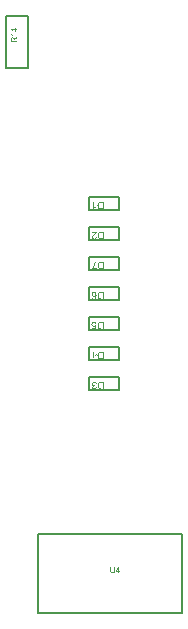
<source format=gbr>
G04*
G04 #@! TF.GenerationSoftware,Altium Limited,Altium Designer,24.1.2 (44)*
G04*
G04 Layer_Color=16711935*
%FSLAX25Y25*%
%MOIN*%
G70*
G04*
G04 #@! TF.SameCoordinates,E3FF4B23-F407-445B-9987-FD0FFFC61A21*
G04*
G04*
G04 #@! TF.FilePolarity,Positive*
G04*
G01*
G75*
%ADD12C,0.00787*%
G36*
X269888Y344738D02*
X269917Y344734D01*
X269950Y344730D01*
X269986Y344723D01*
X270026Y344716D01*
X270113Y344694D01*
X270204Y344657D01*
X270252Y344636D01*
X270295Y344610D01*
X270339Y344577D01*
X270383Y344545D01*
X270386Y344541D01*
X270394Y344534D01*
X270405Y344523D01*
X270415Y344508D01*
X270434Y344490D01*
X270452Y344464D01*
X270474Y344439D01*
X270496Y344406D01*
X270517Y344370D01*
X270539Y344333D01*
X270579Y344246D01*
X270612Y344144D01*
X270623Y344090D01*
X270630Y344031D01*
X270321Y343991D01*
Y343995D01*
X270317Y344002D01*
X270314Y344017D01*
X270310Y344035D01*
X270306Y344057D01*
X270299Y344082D01*
X270281Y344137D01*
X270255Y344202D01*
X270223Y344264D01*
X270186Y344322D01*
X270143Y344373D01*
X270135Y344377D01*
X270121Y344392D01*
X270092Y344410D01*
X270055Y344428D01*
X270011Y344450D01*
X269957Y344468D01*
X269895Y344483D01*
X269830Y344486D01*
X269808D01*
X269793Y344483D01*
X269753Y344479D01*
X269702Y344468D01*
X269644Y344450D01*
X269582Y344424D01*
X269520Y344388D01*
X269462Y344337D01*
X269455Y344330D01*
X269436Y344308D01*
X269414Y344275D01*
X269385Y344232D01*
X269356Y344177D01*
X269334Y344115D01*
X269316Y344042D01*
X269309Y343962D01*
Y343958D01*
Y343951D01*
Y343940D01*
X269313Y343926D01*
X269316Y343886D01*
X269327Y343838D01*
X269342Y343780D01*
X269367Y343722D01*
X269404Y343664D01*
X269451Y343609D01*
X269458Y343602D01*
X269476Y343587D01*
X269506Y343565D01*
X269546Y343540D01*
X269597Y343514D01*
X269658Y343493D01*
X269728Y343478D01*
X269804Y343471D01*
X269837D01*
X269862Y343474D01*
X269895Y343478D01*
X269931Y343485D01*
X269975Y343493D01*
X270022Y343503D01*
X269986Y343231D01*
X269968D01*
X269953Y343234D01*
X269906D01*
X269866Y343227D01*
X269819Y343220D01*
X269764Y343209D01*
X269702Y343191D01*
X269644Y343165D01*
X269582Y343132D01*
X269578D01*
X269575Y343129D01*
X269556Y343114D01*
X269531Y343089D01*
X269502Y343056D01*
X269473Y343008D01*
X269447Y342954D01*
X269429Y342892D01*
X269422Y342856D01*
Y342816D01*
Y342812D01*
Y342808D01*
Y342786D01*
X269429Y342757D01*
X269436Y342717D01*
X269451Y342674D01*
X269469Y342626D01*
X269498Y342579D01*
X269538Y342535D01*
X269542Y342532D01*
X269560Y342517D01*
X269586Y342499D01*
X269618Y342477D01*
X269662Y342459D01*
X269713Y342441D01*
X269771Y342426D01*
X269837Y342422D01*
X269866D01*
X269899Y342430D01*
X269942Y342437D01*
X269990Y342452D01*
X270037Y342470D01*
X270088Y342499D01*
X270135Y342535D01*
X270139Y342539D01*
X270153Y342557D01*
X270175Y342583D01*
X270201Y342619D01*
X270226Y342666D01*
X270252Y342725D01*
X270274Y342794D01*
X270288Y342874D01*
X270598Y342819D01*
Y342816D01*
X270594Y342805D01*
X270590Y342790D01*
X270587Y342768D01*
X270579Y342743D01*
X270568Y342714D01*
X270547Y342645D01*
X270510Y342564D01*
X270466Y342484D01*
X270412Y342408D01*
X270343Y342339D01*
X270339Y342335D01*
X270332Y342331D01*
X270321Y342324D01*
X270306Y342313D01*
X270288Y342299D01*
X270263Y342284D01*
X270237Y342270D01*
X270204Y342251D01*
X270132Y342222D01*
X270048Y342193D01*
X269950Y342175D01*
X269899Y342168D01*
X269808D01*
X269768Y342171D01*
X269720Y342179D01*
X269662Y342190D01*
X269597Y342208D01*
X269531Y342230D01*
X269465Y342259D01*
X269462D01*
X269458Y342262D01*
X269436Y342273D01*
X269404Y342295D01*
X269367Y342320D01*
X269323Y342357D01*
X269280Y342397D01*
X269236Y342444D01*
X269200Y342499D01*
X269196Y342506D01*
X269185Y342524D01*
X269171Y342557D01*
X269152Y342597D01*
X269134Y342645D01*
X269120Y342699D01*
X269109Y342761D01*
X269105Y342823D01*
Y342830D01*
Y342852D01*
X269109Y342881D01*
X269116Y342921D01*
X269127Y342968D01*
X269145Y343019D01*
X269167Y343070D01*
X269196Y343121D01*
X269200Y343129D01*
X269211Y343143D01*
X269233Y343169D01*
X269262Y343198D01*
X269298Y343231D01*
X269342Y343267D01*
X269393Y343300D01*
X269455Y343332D01*
X269451D01*
X269444Y343336D01*
X269433Y343340D01*
X269418Y343343D01*
X269378Y343358D01*
X269327Y343380D01*
X269269Y343409D01*
X269211Y343445D01*
X269156Y343493D01*
X269105Y343547D01*
X269102Y343554D01*
X269087Y343576D01*
X269065Y343613D01*
X269043Y343660D01*
X269021Y343718D01*
X269000Y343787D01*
X268985Y343867D01*
X268981Y343955D01*
Y343958D01*
Y343969D01*
Y343988D01*
X268985Y344009D01*
X268989Y344039D01*
X268996Y344071D01*
X269003Y344108D01*
X269010Y344148D01*
X269040Y344235D01*
X269061Y344283D01*
X269083Y344326D01*
X269112Y344373D01*
X269145Y344421D01*
X269182Y344468D01*
X269225Y344512D01*
X269229Y344515D01*
X269236Y344523D01*
X269251Y344534D01*
X269269Y344548D01*
X269291Y344566D01*
X269320Y344585D01*
X269353Y344606D01*
X269393Y344625D01*
X269433Y344647D01*
X269480Y344668D01*
X269527Y344687D01*
X269582Y344705D01*
X269640Y344719D01*
X269702Y344730D01*
X269764Y344738D01*
X269833Y344741D01*
X269866D01*
X269888Y344738D01*
D02*
G37*
G36*
X273047Y342179D02*
X272079D01*
X272013Y342182D01*
X271941Y342186D01*
X271868Y342193D01*
X271795Y342204D01*
X271733Y342215D01*
X271730D01*
X271722Y342219D01*
X271711D01*
X271697Y342226D01*
X271657Y342237D01*
X271606Y342255D01*
X271548Y342281D01*
X271486Y342313D01*
X271424Y342350D01*
X271366Y342397D01*
X271362Y342401D01*
X271358Y342404D01*
X271347Y342415D01*
X271333Y342426D01*
X271296Y342462D01*
X271253Y342513D01*
X271205Y342575D01*
X271154Y342648D01*
X271107Y342732D01*
X271067Y342827D01*
Y342830D01*
X271063Y342837D01*
X271056Y342852D01*
X271053Y342874D01*
X271042Y342899D01*
X271034Y342928D01*
X271027Y342961D01*
X271016Y343001D01*
X271005Y343041D01*
X270998Y343089D01*
X270980Y343191D01*
X270969Y343303D01*
X270965Y343427D01*
Y343431D01*
Y343438D01*
Y343456D01*
Y343474D01*
X270969Y343500D01*
Y343529D01*
X270972Y343598D01*
X270983Y343678D01*
X270994Y343762D01*
X271012Y343849D01*
X271034Y343937D01*
Y343940D01*
X271038Y343948D01*
X271042Y343958D01*
X271045Y343973D01*
X271060Y344013D01*
X271082Y344064D01*
X271104Y344122D01*
X271133Y344181D01*
X271169Y344242D01*
X271205Y344301D01*
X271209Y344308D01*
X271224Y344326D01*
X271245Y344352D01*
X271275Y344384D01*
X271307Y344421D01*
X271347Y344457D01*
X271387Y344497D01*
X271435Y344530D01*
X271442Y344534D01*
X271457Y344545D01*
X271482Y344559D01*
X271518Y344577D01*
X271562Y344599D01*
X271613Y344617D01*
X271671Y344639D01*
X271737Y344657D01*
X271744D01*
X271755Y344661D01*
X271766Y344665D01*
X271802Y344668D01*
X271853Y344676D01*
X271912Y344683D01*
X271981Y344690D01*
X272057Y344694D01*
X272141Y344697D01*
X273047D01*
Y342179D01*
D02*
G37*
G36*
Y392222D02*
X272079D01*
X272013Y392226D01*
X271941Y392230D01*
X271868Y392237D01*
X271795Y392248D01*
X271733Y392259D01*
X271730D01*
X271722Y392262D01*
X271711D01*
X271697Y392270D01*
X271657Y392281D01*
X271606Y392299D01*
X271548Y392324D01*
X271486Y392357D01*
X271424Y392393D01*
X271366Y392441D01*
X271362Y392444D01*
X271358Y392448D01*
X271347Y392459D01*
X271333Y392470D01*
X271296Y392506D01*
X271253Y392557D01*
X271205Y392619D01*
X271154Y392692D01*
X271107Y392776D01*
X271067Y392870D01*
Y392874D01*
X271063Y392881D01*
X271056Y392896D01*
X271053Y392917D01*
X271042Y392943D01*
X271034Y392972D01*
X271027Y393005D01*
X271016Y393045D01*
X271005Y393085D01*
X270998Y393132D01*
X270980Y393234D01*
X270969Y393347D01*
X270965Y393471D01*
Y393474D01*
Y393482D01*
Y393500D01*
Y393518D01*
X270969Y393544D01*
Y393573D01*
X270972Y393642D01*
X270983Y393722D01*
X270994Y393806D01*
X271012Y393893D01*
X271034Y393980D01*
Y393984D01*
X271038Y393991D01*
X271042Y394002D01*
X271045Y394017D01*
X271060Y394057D01*
X271082Y394108D01*
X271104Y394166D01*
X271133Y394224D01*
X271169Y394286D01*
X271205Y394344D01*
X271209Y394352D01*
X271224Y394370D01*
X271245Y394395D01*
X271275Y394428D01*
X271307Y394464D01*
X271347Y394501D01*
X271387Y394541D01*
X271435Y394574D01*
X271442Y394577D01*
X271457Y394588D01*
X271482Y394603D01*
X271518Y394621D01*
X271562Y394643D01*
X271613Y394661D01*
X271671Y394683D01*
X271737Y394701D01*
X271744D01*
X271755Y394705D01*
X271766Y394708D01*
X271802Y394712D01*
X271853Y394719D01*
X271912Y394727D01*
X271981Y394734D01*
X272057Y394738D01*
X272141Y394741D01*
X273047D01*
Y392222D01*
D02*
G37*
G36*
X270678Y394738D02*
Y394723D01*
Y394701D01*
X270674Y394672D01*
X270670Y394639D01*
X270663Y394603D01*
X270656Y394566D01*
X270641Y394526D01*
Y394523D01*
X270638Y394519D01*
X270630Y394497D01*
X270616Y394464D01*
X270594Y394421D01*
X270565Y394370D01*
X270528Y394312D01*
X270488Y394253D01*
X270437Y394192D01*
Y394188D01*
X270430Y394184D01*
X270412Y394162D01*
X270379Y394130D01*
X270332Y394082D01*
X270277Y394028D01*
X270208Y393962D01*
X270124Y393889D01*
X270033Y393813D01*
X270030Y393809D01*
X270015Y393798D01*
X269993Y393780D01*
X269968Y393758D01*
X269935Y393729D01*
X269895Y393696D01*
X269855Y393660D01*
X269808Y393620D01*
X269717Y393533D01*
X269626Y393445D01*
X269582Y393402D01*
X269542Y393358D01*
X269506Y393318D01*
X269476Y393278D01*
Y393274D01*
X269469Y393271D01*
X269462Y393260D01*
X269455Y393245D01*
X269429Y393205D01*
X269400Y393158D01*
X269374Y393099D01*
X269349Y393038D01*
X269334Y392968D01*
X269327Y392903D01*
Y392899D01*
Y392896D01*
X269331Y392874D01*
X269334Y392837D01*
X269345Y392797D01*
X269360Y392746D01*
X269385Y392695D01*
X269418Y392645D01*
X269462Y392594D01*
X269469Y392586D01*
X269487Y392572D01*
X269513Y392553D01*
X269553Y392528D01*
X269604Y392506D01*
X269662Y392484D01*
X269731Y392470D01*
X269808Y392466D01*
X269830D01*
X269844Y392470D01*
X269888Y392473D01*
X269939Y392484D01*
X269993Y392499D01*
X270055Y392524D01*
X270113Y392557D01*
X270168Y392601D01*
X270175Y392608D01*
X270190Y392626D01*
X270212Y392655D01*
X270233Y392699D01*
X270259Y392750D01*
X270281Y392816D01*
X270295Y392888D01*
X270303Y392972D01*
X270619Y392939D01*
Y392936D01*
X270616Y392925D01*
Y392907D01*
X270612Y392881D01*
X270605Y392852D01*
X270598Y392819D01*
X270587Y392779D01*
X270576Y392739D01*
X270547Y392652D01*
X270503Y392564D01*
X270477Y392521D01*
X270445Y392477D01*
X270412Y392437D01*
X270375Y392401D01*
X270372Y392397D01*
X270365Y392393D01*
X270354Y392382D01*
X270335Y392372D01*
X270314Y392357D01*
X270288Y392342D01*
X270259Y392324D01*
X270223Y392306D01*
X270183Y392288D01*
X270139Y392270D01*
X270092Y392255D01*
X270041Y392240D01*
X269986Y392230D01*
X269928Y392219D01*
X269866Y392215D01*
X269800Y392211D01*
X269764D01*
X269739Y392215D01*
X269709Y392219D01*
X269673Y392222D01*
X269633Y392230D01*
X269593Y392237D01*
X269498Y392262D01*
X269404Y392299D01*
X269356Y392320D01*
X269309Y392346D01*
X269265Y392379D01*
X269225Y392415D01*
X269222Y392419D01*
X269214Y392422D01*
X269207Y392437D01*
X269193Y392452D01*
X269174Y392470D01*
X269156Y392495D01*
X269138Y392521D01*
X269116Y392553D01*
X269080Y392623D01*
X269043Y392710D01*
X269029Y392754D01*
X269021Y392805D01*
X269014Y392856D01*
X269010Y392910D01*
Y392917D01*
Y392936D01*
X269014Y392965D01*
X269018Y393005D01*
X269025Y393049D01*
X269040Y393099D01*
X269054Y393154D01*
X269076Y393209D01*
X269080Y393216D01*
X269087Y393234D01*
X269102Y393263D01*
X269123Y393303D01*
X269152Y393347D01*
X269189Y393402D01*
X269233Y393456D01*
X269284Y393518D01*
X269291Y393525D01*
X269309Y393547D01*
X269327Y393565D01*
X269345Y393584D01*
X269367Y393605D01*
X269396Y393635D01*
X269425Y393664D01*
X269462Y393696D01*
X269498Y393733D01*
X269542Y393773D01*
X269589Y393813D01*
X269640Y393860D01*
X269698Y393908D01*
X269757Y393958D01*
X269760Y393962D01*
X269768Y393969D01*
X269782Y393980D01*
X269800Y393995D01*
X269822Y394017D01*
X269848Y394039D01*
X269906Y394086D01*
X269968Y394141D01*
X270026Y394195D01*
X270077Y394242D01*
X270099Y394261D01*
X270117Y394279D01*
X270121Y394283D01*
X270132Y394293D01*
X270146Y394308D01*
X270164Y394330D01*
X270183Y394355D01*
X270204Y394381D01*
X270248Y394443D01*
X269007D01*
Y394741D01*
X270678D01*
Y394738D01*
D02*
G37*
G36*
X270259Y384737D02*
Y384727D01*
Y384712D01*
X270255Y384690D01*
Y384661D01*
X270252Y384625D01*
X270248Y384585D01*
X270244Y384541D01*
X270237Y384490D01*
X270230Y384439D01*
X270219Y384377D01*
X270208Y384315D01*
X270197Y384250D01*
X270183Y384177D01*
X270146Y384028D01*
Y384024D01*
X270143Y384010D01*
X270135Y383988D01*
X270124Y383955D01*
X270113Y383918D01*
X270099Y383875D01*
X270084Y383824D01*
X270062Y383769D01*
X270041Y383707D01*
X270019Y383646D01*
X269964Y383507D01*
X269899Y383362D01*
X269826Y383216D01*
X269822Y383212D01*
X269815Y383198D01*
X269804Y383180D01*
X269789Y383150D01*
X269771Y383118D01*
X269746Y383078D01*
X269720Y383034D01*
X269691Y382987D01*
X269622Y382881D01*
X269549Y382772D01*
X269465Y382659D01*
X269378Y382554D01*
X270612D01*
Y382255D01*
X268981D01*
Y382499D01*
X268985Y382503D01*
X268992Y382510D01*
X269007Y382524D01*
X269021Y382546D01*
X269043Y382572D01*
X269072Y382601D01*
X269102Y382637D01*
X269134Y382681D01*
X269167Y382725D01*
X269207Y382775D01*
X269247Y382834D01*
X269287Y382892D01*
X269331Y382958D01*
X269374Y383027D01*
X269418Y383103D01*
X269462Y383180D01*
X269465Y383183D01*
X269473Y383198D01*
X269484Y383220D01*
X269502Y383252D01*
X269520Y383292D01*
X269542Y383336D01*
X269567Y383387D01*
X269593Y383445D01*
X269622Y383511D01*
X269655Y383576D01*
X269684Y383649D01*
X269713Y383726D01*
X269771Y383882D01*
X269826Y384050D01*
Y384053D01*
X269830Y384064D01*
X269833Y384082D01*
X269840Y384104D01*
X269848Y384133D01*
X269855Y384170D01*
X269866Y384210D01*
X269873Y384253D01*
X269884Y384304D01*
X269895Y384359D01*
X269913Y384475D01*
X269931Y384603D01*
X269942Y384741D01*
X270259D01*
Y384737D01*
D02*
G37*
G36*
X273047Y382222D02*
X272079D01*
X272013Y382226D01*
X271941Y382229D01*
X271868Y382237D01*
X271795Y382248D01*
X271733Y382259D01*
X271730D01*
X271722Y382262D01*
X271711D01*
X271697Y382270D01*
X271657Y382280D01*
X271606Y382299D01*
X271548Y382324D01*
X271486Y382357D01*
X271424Y382393D01*
X271366Y382441D01*
X271362Y382444D01*
X271358Y382448D01*
X271347Y382459D01*
X271333Y382470D01*
X271296Y382506D01*
X271253Y382557D01*
X271205Y382619D01*
X271154Y382692D01*
X271107Y382775D01*
X271067Y382870D01*
Y382874D01*
X271063Y382881D01*
X271056Y382896D01*
X271053Y382917D01*
X271042Y382943D01*
X271034Y382972D01*
X271027Y383005D01*
X271016Y383045D01*
X271005Y383085D01*
X270998Y383132D01*
X270980Y383234D01*
X270969Y383347D01*
X270965Y383471D01*
Y383474D01*
Y383482D01*
Y383500D01*
Y383518D01*
X270969Y383544D01*
Y383573D01*
X270972Y383642D01*
X270983Y383722D01*
X270994Y383806D01*
X271012Y383893D01*
X271034Y383980D01*
Y383984D01*
X271038Y383991D01*
X271042Y384002D01*
X271045Y384017D01*
X271060Y384057D01*
X271082Y384108D01*
X271104Y384166D01*
X271133Y384224D01*
X271169Y384286D01*
X271205Y384344D01*
X271209Y384352D01*
X271224Y384370D01*
X271245Y384395D01*
X271275Y384428D01*
X271307Y384465D01*
X271347Y384501D01*
X271387Y384541D01*
X271435Y384574D01*
X271442Y384577D01*
X271457Y384588D01*
X271482Y384603D01*
X271518Y384621D01*
X271562Y384643D01*
X271613Y384661D01*
X271671Y384683D01*
X271737Y384701D01*
X271744D01*
X271755Y384705D01*
X271766Y384708D01*
X271802Y384712D01*
X271853Y384719D01*
X271912Y384727D01*
X271981Y384734D01*
X272057Y384737D01*
X272141Y384741D01*
X273047D01*
Y382222D01*
D02*
G37*
G36*
X269717Y374738D02*
X269746D01*
X269779Y374734D01*
X269815Y374727D01*
X269859Y374716D01*
X269902Y374705D01*
X269953Y374690D01*
X270004Y374672D01*
X270055Y374650D01*
X270110Y374621D01*
X270161Y374588D01*
X270212Y374552D01*
X270263Y374508D01*
X270310Y374457D01*
X270314Y374454D01*
X270321Y374443D01*
X270332Y374428D01*
X270346Y374403D01*
X270368Y374370D01*
X270387Y374333D01*
X270408Y374286D01*
X270430Y374235D01*
X270456Y374173D01*
X270478Y374104D01*
X270496Y374028D01*
X270514Y373944D01*
X270532Y373849D01*
X270543Y373747D01*
X270550Y373638D01*
X270554Y373522D01*
Y373518D01*
Y373514D01*
Y373503D01*
Y373489D01*
X270550Y373453D01*
Y373402D01*
X270547Y373343D01*
X270539Y373274D01*
X270532Y373198D01*
X270521Y373114D01*
X270507Y373030D01*
X270489Y372939D01*
X270467Y372852D01*
X270441Y372765D01*
X270408Y372681D01*
X270372Y372601D01*
X270332Y372524D01*
X270285Y372459D01*
X270281Y372455D01*
X270274Y372448D01*
X270259Y372433D01*
X270241Y372411D01*
X270219Y372390D01*
X270190Y372368D01*
X270154Y372339D01*
X270117Y372313D01*
X270074Y372288D01*
X270026Y372259D01*
X269972Y372237D01*
X269917Y372211D01*
X269855Y372193D01*
X269790Y372179D01*
X269720Y372171D01*
X269648Y372168D01*
X269619D01*
X269597Y372171D01*
X269571D01*
X269542Y372175D01*
X269473Y372189D01*
X269396Y372208D01*
X269316Y372237D01*
X269236Y372281D01*
X269196Y372306D01*
X269160Y372335D01*
X269156Y372339D01*
X269153Y372342D01*
X269142Y372353D01*
X269131Y372364D01*
X269113Y372382D01*
X269098Y372404D01*
X269058Y372455D01*
X269018Y372521D01*
X268982Y372601D01*
X268949Y372692D01*
X268927Y372794D01*
X269236Y372819D01*
Y372816D01*
X269240Y372812D01*
X269244Y372790D01*
X269254Y372757D01*
X269269Y372717D01*
X269284Y372674D01*
X269305Y372630D01*
X269331Y372590D01*
X269356Y372557D01*
X269364Y372550D01*
X269378Y372535D01*
X269404Y372513D01*
X269440Y372488D01*
X269488Y372466D01*
X269538Y372444D01*
X269600Y372430D01*
X269666Y372422D01*
X269691D01*
X269720Y372426D01*
X269753Y372433D01*
X269797Y372444D01*
X269841Y372459D01*
X269884Y372477D01*
X269928Y372506D01*
X269935Y372510D01*
X269953Y372524D01*
X269979Y372550D01*
X270012Y372586D01*
X270048Y372630D01*
X270088Y372681D01*
X270125Y372746D01*
X270161Y372819D01*
Y372823D01*
X270164Y372830D01*
X270168Y372841D01*
X270175Y372856D01*
X270179Y372877D01*
X270186Y372903D01*
X270194Y372932D01*
X270201Y372968D01*
X270212Y373008D01*
X270219Y373052D01*
X270226Y373099D01*
X270230Y373150D01*
X270237Y373209D01*
X270241Y373267D01*
X270245Y373332D01*
Y373398D01*
X270241Y373394D01*
X270226Y373373D01*
X270201Y373343D01*
X270168Y373307D01*
X270132Y373263D01*
X270084Y373223D01*
X270034Y373183D01*
X269975Y373147D01*
X269972D01*
X269968Y373143D01*
X269946Y373132D01*
X269913Y373121D01*
X269870Y373103D01*
X269819Y373089D01*
X269760Y373078D01*
X269699Y373067D01*
X269633Y373063D01*
X269604D01*
X269582Y373067D01*
X269553Y373070D01*
X269524Y373074D01*
X269488Y373081D01*
X269451Y373092D01*
X269367Y373118D01*
X269324Y373136D01*
X269280Y373161D01*
X269236Y373187D01*
X269189Y373216D01*
X269145Y373252D01*
X269105Y373292D01*
X269102Y373296D01*
X269094Y373303D01*
X269083Y373314D01*
X269073Y373332D01*
X269054Y373358D01*
X269036Y373383D01*
X269018Y373416D01*
X268996Y373453D01*
X268974Y373493D01*
X268956Y373536D01*
X268938Y373587D01*
X268920Y373638D01*
X268909Y373693D01*
X268898Y373755D01*
X268891Y373817D01*
X268887Y373882D01*
Y373886D01*
Y373893D01*
Y373904D01*
Y373922D01*
X268891Y373944D01*
Y373966D01*
X268901Y374024D01*
X268912Y374093D01*
X268931Y374166D01*
X268956Y374246D01*
X268992Y374323D01*
Y374326D01*
X268996Y374330D01*
X269003Y374341D01*
X269011Y374355D01*
X269033Y374392D01*
X269065Y374439D01*
X269105Y374490D01*
X269153Y374541D01*
X269211Y374592D01*
X269273Y374636D01*
X269276D01*
X269280Y374639D01*
X269291Y374646D01*
X269305Y374650D01*
X269342Y374668D01*
X269389Y374687D01*
X269451Y374708D01*
X269520Y374723D01*
X269597Y374738D01*
X269680Y374741D01*
X269699D01*
X269717Y374738D01*
D02*
G37*
G36*
X272953Y372179D02*
X271985D01*
X271919Y372182D01*
X271846Y372186D01*
X271773Y372193D01*
X271701Y372204D01*
X271639Y372215D01*
X271635D01*
X271628Y372219D01*
X271617D01*
X271602Y372226D01*
X271562Y372237D01*
X271511Y372255D01*
X271453Y372281D01*
X271391Y372313D01*
X271329Y372350D01*
X271271Y372397D01*
X271267Y372401D01*
X271264Y372404D01*
X271253Y372415D01*
X271238Y372426D01*
X271202Y372463D01*
X271158Y372513D01*
X271111Y372575D01*
X271060Y372648D01*
X271013Y372732D01*
X270973Y372827D01*
Y372830D01*
X270969Y372837D01*
X270962Y372852D01*
X270958Y372874D01*
X270947Y372899D01*
X270940Y372928D01*
X270933Y372961D01*
X270922Y373001D01*
X270911Y373041D01*
X270903Y373089D01*
X270885Y373190D01*
X270874Y373303D01*
X270871Y373427D01*
Y373431D01*
Y373438D01*
Y373456D01*
Y373474D01*
X270874Y373500D01*
Y373529D01*
X270878Y373598D01*
X270889Y373678D01*
X270900Y373762D01*
X270918Y373849D01*
X270940Y373937D01*
Y373940D01*
X270943Y373948D01*
X270947Y373958D01*
X270951Y373973D01*
X270965Y374013D01*
X270987Y374064D01*
X271009Y374122D01*
X271038Y374181D01*
X271075Y374242D01*
X271111Y374301D01*
X271115Y374308D01*
X271129Y374326D01*
X271151Y374352D01*
X271180Y374384D01*
X271213Y374421D01*
X271253Y374457D01*
X271293Y374497D01*
X271340Y374530D01*
X271347Y374534D01*
X271362Y374545D01*
X271388Y374559D01*
X271424Y374577D01*
X271468Y374599D01*
X271519Y374617D01*
X271577Y374639D01*
X271642Y374657D01*
X271650D01*
X271661Y374661D01*
X271672Y374665D01*
X271708Y374668D01*
X271759Y374676D01*
X271817Y374683D01*
X271886Y374690D01*
X271963Y374694D01*
X272046Y374697D01*
X272953D01*
Y372179D01*
D02*
G37*
G36*
X269790Y364738D02*
X269819Y364734D01*
X269851Y364730D01*
X269892Y364727D01*
X269932Y364716D01*
X270023Y364694D01*
X270114Y364661D01*
X270161Y364639D01*
X270208Y364614D01*
X270252Y364585D01*
X270296Y364552D01*
X270299Y364548D01*
X270306Y364545D01*
X270314Y364530D01*
X270328Y364515D01*
X270346Y364497D01*
X270365Y364475D01*
X270387Y364446D01*
X270405Y364413D01*
X270427Y364381D01*
X270448Y364341D01*
X270489Y364253D01*
X270521Y364151D01*
X270532Y364097D01*
X270539Y364039D01*
X270216Y364013D01*
Y364017D01*
Y364024D01*
X270212Y364035D01*
X270208Y364053D01*
X270197Y364093D01*
X270183Y364148D01*
X270161Y364202D01*
X270132Y364264D01*
X270095Y364319D01*
X270052Y364370D01*
X270044Y364373D01*
X270030Y364388D01*
X270001Y364406D01*
X269961Y364428D01*
X269917Y364450D01*
X269862Y364468D01*
X269800Y364483D01*
X269731Y364486D01*
X269709D01*
X269695Y364483D01*
X269651Y364479D01*
X269600Y364464D01*
X269538Y364446D01*
X269477Y364417D01*
X269411Y364373D01*
X269382Y364348D01*
X269353Y364319D01*
X269349Y364315D01*
X269345Y364312D01*
X269338Y364301D01*
X269327Y364290D01*
X269302Y364250D01*
X269273Y364199D01*
X269247Y364137D01*
X269222Y364060D01*
X269204Y363969D01*
X269196Y363922D01*
Y363871D01*
Y363867D01*
Y363860D01*
Y363846D01*
X269200Y363827D01*
Y363806D01*
X269204Y363780D01*
X269215Y363722D01*
X269233Y363653D01*
X269258Y363584D01*
X269295Y363518D01*
X269345Y363456D01*
Y363453D01*
X269353Y363449D01*
X269371Y363431D01*
X269404Y363405D01*
X269447Y363376D01*
X269506Y363351D01*
X269571Y363325D01*
X269648Y363307D01*
X269691Y363300D01*
X269760D01*
X269790Y363303D01*
X269826Y363307D01*
X269870Y363318D01*
X269913Y363329D01*
X269961Y363347D01*
X270008Y363369D01*
X270012Y363372D01*
X270026Y363380D01*
X270048Y363398D01*
X270077Y363416D01*
X270106Y363442D01*
X270135Y363474D01*
X270168Y363507D01*
X270194Y363547D01*
X270485Y363507D01*
X270241Y362211D01*
X268989D01*
Y362506D01*
X269997D01*
X270132Y363187D01*
X270128Y363183D01*
X270121Y363180D01*
X270110Y363172D01*
X270092Y363161D01*
X270070Y363150D01*
X270044Y363136D01*
X269986Y363107D01*
X269913Y363078D01*
X269833Y363052D01*
X269746Y363034D01*
X269702Y363027D01*
X269622D01*
X269600Y363030D01*
X269571Y363034D01*
X269538Y363038D01*
X269502Y363045D01*
X269462Y363056D01*
X269375Y363081D01*
X269327Y363100D01*
X269280Y363125D01*
X269233Y363150D01*
X269185Y363180D01*
X269142Y363216D01*
X269098Y363256D01*
X269094Y363260D01*
X269087Y363267D01*
X269076Y363278D01*
X269062Y363296D01*
X269043Y363321D01*
X269025Y363347D01*
X269003Y363380D01*
X268982Y363416D01*
X268963Y363456D01*
X268941Y363500D01*
X268923Y363551D01*
X268905Y363602D01*
X268891Y363656D01*
X268880Y363718D01*
X268872Y363780D01*
X268869Y363846D01*
Y363849D01*
Y363860D01*
Y363878D01*
X268872Y363904D01*
X268876Y363933D01*
X268880Y363966D01*
X268887Y364006D01*
X268894Y364046D01*
X268916Y364141D01*
X268952Y364239D01*
X268974Y364290D01*
X269003Y364337D01*
X269033Y364388D01*
X269069Y364435D01*
X269073Y364439D01*
X269080Y364450D01*
X269094Y364464D01*
X269113Y364483D01*
X269138Y364505D01*
X269167Y364534D01*
X269204Y364559D01*
X269244Y364588D01*
X269287Y364617D01*
X269338Y364643D01*
X269393Y364668D01*
X269451Y364694D01*
X269513Y364712D01*
X269582Y364727D01*
X269655Y364738D01*
X269731Y364741D01*
X269764D01*
X269790Y364738D01*
D02*
G37*
G36*
X272953Y362179D02*
X271985D01*
X271919Y362182D01*
X271846Y362186D01*
X271773Y362193D01*
X271701Y362204D01*
X271639Y362215D01*
X271635D01*
X271628Y362219D01*
X271617D01*
X271602Y362226D01*
X271562Y362237D01*
X271511Y362255D01*
X271453Y362281D01*
X271391Y362313D01*
X271329Y362350D01*
X271271Y362397D01*
X271267Y362401D01*
X271264Y362404D01*
X271253Y362415D01*
X271238Y362426D01*
X271202Y362462D01*
X271158Y362513D01*
X271111Y362575D01*
X271060Y362648D01*
X271013Y362732D01*
X270973Y362826D01*
Y362830D01*
X270969Y362837D01*
X270962Y362852D01*
X270958Y362874D01*
X270947Y362899D01*
X270940Y362928D01*
X270933Y362961D01*
X270922Y363001D01*
X270911Y363041D01*
X270903Y363089D01*
X270885Y363191D01*
X270874Y363303D01*
X270871Y363427D01*
Y363431D01*
Y363438D01*
Y363456D01*
Y363474D01*
X270874Y363500D01*
Y363529D01*
X270878Y363598D01*
X270889Y363678D01*
X270900Y363762D01*
X270918Y363849D01*
X270940Y363937D01*
Y363940D01*
X270943Y363948D01*
X270947Y363959D01*
X270951Y363973D01*
X270965Y364013D01*
X270987Y364064D01*
X271009Y364122D01*
X271038Y364181D01*
X271075Y364242D01*
X271111Y364301D01*
X271115Y364308D01*
X271129Y364326D01*
X271151Y364352D01*
X271180Y364384D01*
X271213Y364421D01*
X271253Y364457D01*
X271293Y364497D01*
X271340Y364530D01*
X271347Y364534D01*
X271362Y364545D01*
X271388Y364559D01*
X271424Y364577D01*
X271468Y364599D01*
X271519Y364617D01*
X271577Y364639D01*
X271642Y364657D01*
X271650D01*
X271661Y364661D01*
X271672Y364665D01*
X271708Y364668D01*
X271759Y364676D01*
X271817Y364683D01*
X271886Y364690D01*
X271963Y364694D01*
X272046Y364697D01*
X272953D01*
Y362179D01*
D02*
G37*
G36*
Y352222D02*
X271985D01*
X271919Y352226D01*
X271846Y352229D01*
X271773Y352237D01*
X271701Y352248D01*
X271639Y352259D01*
X271635D01*
X271628Y352262D01*
X271617D01*
X271602Y352270D01*
X271562Y352280D01*
X271511Y352299D01*
X271453Y352324D01*
X271391Y352357D01*
X271329Y352393D01*
X271271Y352441D01*
X271267Y352444D01*
X271264Y352448D01*
X271253Y352459D01*
X271238Y352470D01*
X271202Y352506D01*
X271158Y352557D01*
X271111Y352619D01*
X271060Y352692D01*
X271013Y352776D01*
X270973Y352870D01*
Y352874D01*
X270969Y352881D01*
X270962Y352896D01*
X270958Y352918D01*
X270947Y352943D01*
X270940Y352972D01*
X270933Y353005D01*
X270922Y353045D01*
X270911Y353085D01*
X270903Y353132D01*
X270885Y353234D01*
X270874Y353347D01*
X270871Y353471D01*
Y353474D01*
Y353482D01*
Y353500D01*
Y353518D01*
X270874Y353544D01*
Y353573D01*
X270878Y353642D01*
X270889Y353722D01*
X270900Y353806D01*
X270918Y353893D01*
X270940Y353980D01*
Y353984D01*
X270943Y353991D01*
X270947Y354002D01*
X270951Y354017D01*
X270965Y354057D01*
X270987Y354108D01*
X271009Y354166D01*
X271038Y354224D01*
X271075Y354286D01*
X271111Y354344D01*
X271115Y354352D01*
X271129Y354370D01*
X271151Y354395D01*
X271180Y354428D01*
X271213Y354465D01*
X271253Y354501D01*
X271293Y354541D01*
X271340Y354574D01*
X271347Y354577D01*
X271362Y354588D01*
X271388Y354603D01*
X271424Y354621D01*
X271468Y354643D01*
X271519Y354661D01*
X271577Y354683D01*
X271642Y354701D01*
X271650D01*
X271661Y354705D01*
X271672Y354708D01*
X271708Y354712D01*
X271759Y354719D01*
X271817Y354727D01*
X271886Y354734D01*
X271963Y354737D01*
X272046Y354741D01*
X272953D01*
Y352222D01*
D02*
G37*
G36*
X269549Y354137D02*
X270645D01*
Y353853D01*
X269491Y352222D01*
X269240D01*
Y353853D01*
X268898D01*
Y354137D01*
X269240D01*
Y354741D01*
X269549D01*
Y354137D01*
D02*
G37*
G36*
X272953Y402222D02*
X271985D01*
X271919Y402226D01*
X271846Y402229D01*
X271773Y402237D01*
X271701Y402248D01*
X271639Y402259D01*
X271635D01*
X271628Y402262D01*
X271617D01*
X271602Y402270D01*
X271562Y402281D01*
X271511Y402299D01*
X271453Y402324D01*
X271391Y402357D01*
X271329Y402393D01*
X271271Y402441D01*
X271267Y402444D01*
X271264Y402448D01*
X271253Y402459D01*
X271238Y402470D01*
X271202Y402506D01*
X271158Y402557D01*
X271111Y402619D01*
X271060Y402692D01*
X271013Y402775D01*
X270973Y402870D01*
Y402874D01*
X270969Y402881D01*
X270962Y402896D01*
X270958Y402917D01*
X270947Y402943D01*
X270940Y402972D01*
X270933Y403005D01*
X270922Y403045D01*
X270911Y403085D01*
X270903Y403132D01*
X270885Y403234D01*
X270874Y403347D01*
X270871Y403471D01*
Y403474D01*
Y403482D01*
Y403500D01*
Y403518D01*
X270874Y403544D01*
Y403573D01*
X270878Y403642D01*
X270889Y403722D01*
X270900Y403806D01*
X270918Y403893D01*
X270940Y403980D01*
Y403984D01*
X270943Y403991D01*
X270947Y404002D01*
X270951Y404017D01*
X270965Y404057D01*
X270987Y404108D01*
X271009Y404166D01*
X271038Y404224D01*
X271075Y404286D01*
X271111Y404344D01*
X271115Y404352D01*
X271129Y404370D01*
X271151Y404395D01*
X271180Y404428D01*
X271213Y404464D01*
X271253Y404501D01*
X271293Y404541D01*
X271340Y404574D01*
X271347Y404577D01*
X271362Y404588D01*
X271388Y404603D01*
X271424Y404621D01*
X271468Y404643D01*
X271519Y404661D01*
X271577Y404683D01*
X271642Y404701D01*
X271650D01*
X271661Y404705D01*
X271672Y404708D01*
X271708Y404712D01*
X271759Y404719D01*
X271817Y404727D01*
X271886Y404734D01*
X271963Y404738D01*
X272046Y404741D01*
X272953D01*
Y402222D01*
D02*
G37*
G36*
X269684Y402772D02*
X269688Y402775D01*
X269706Y402790D01*
X269728Y402812D01*
X269764Y402837D01*
X269804Y402870D01*
X269855Y402907D01*
X269913Y402947D01*
X269979Y402987D01*
X269983D01*
X269986Y402990D01*
X270008Y403005D01*
X270044Y403023D01*
X270088Y403045D01*
X270139Y403070D01*
X270194Y403096D01*
X270248Y403121D01*
X270303Y403143D01*
Y402845D01*
X270299D01*
X270292Y402837D01*
X270277Y402834D01*
X270259Y402823D01*
X270237Y402812D01*
X270212Y402797D01*
X270150Y402761D01*
X270077Y402721D01*
X270004Y402670D01*
X269928Y402612D01*
X269851Y402550D01*
X269848Y402546D01*
X269844Y402543D01*
X269833Y402532D01*
X269819Y402521D01*
X269786Y402484D01*
X269742Y402441D01*
X269699Y402390D01*
X269651Y402331D01*
X269611Y402273D01*
X269575Y402211D01*
X269375D01*
Y404741D01*
X269684D01*
Y402772D01*
D02*
G37*
G36*
X243540Y462313D02*
X244000D01*
Y462077D01*
X243540D01*
Y461244D01*
X243324D01*
X242083Y462122D01*
Y462313D01*
X243324D01*
Y462573D01*
X243540D01*
Y462313D01*
D02*
G37*
G36*
X244000Y460485D02*
X242501D01*
X242504Y460482D01*
X242515Y460468D01*
X242532Y460451D01*
X242551Y460424D01*
X242576Y460393D01*
X242604Y460354D01*
X242634Y460310D01*
X242665Y460260D01*
Y460257D01*
X242668Y460255D01*
X242679Y460238D01*
X242693Y460210D01*
X242709Y460177D01*
X242729Y460138D01*
X242748Y460097D01*
X242767Y460055D01*
X242784Y460014D01*
X242557D01*
Y460016D01*
X242551Y460022D01*
X242549Y460033D01*
X242540Y460047D01*
X242532Y460064D01*
X242521Y460083D01*
X242493Y460130D01*
X242463Y460185D01*
X242424Y460241D01*
X242380Y460299D01*
X242333Y460357D01*
X242330Y460360D01*
X242327Y460363D01*
X242319Y460371D01*
X242310Y460382D01*
X242283Y460407D01*
X242249Y460440D01*
X242211Y460474D01*
X242166Y460510D01*
X242122Y460540D01*
X242075Y460568D01*
Y460720D01*
X244000D01*
Y460485D01*
D02*
G37*
G36*
Y459368D02*
X243601Y459116D01*
X243598D01*
X243593Y459111D01*
X243584Y459105D01*
X243573Y459097D01*
X243543Y459078D01*
X243504Y459053D01*
X243463Y459022D01*
X243418Y458992D01*
X243377Y458961D01*
X243338Y458933D01*
X243335Y458931D01*
X243324Y458922D01*
X243307Y458909D01*
X243288Y458889D01*
X243247Y458848D01*
X243227Y458825D01*
X243211Y458803D01*
X243208Y458801D01*
X243205Y458795D01*
X243199Y458784D01*
X243191Y458767D01*
X243183Y458751D01*
X243175Y458731D01*
X243161Y458687D01*
Y458684D01*
X243158Y458679D01*
Y458668D01*
X243155Y458654D01*
X243152Y458634D01*
Y458612D01*
X243150Y458582D01*
Y458255D01*
X244000D01*
Y458000D01*
X242083D01*
Y458889D01*
X242086Y458911D01*
Y458936D01*
X242089Y458994D01*
X242097Y459055D01*
X242105Y459122D01*
X242119Y459183D01*
X242127Y459213D01*
X242136Y459238D01*
Y459241D01*
X242139Y459244D01*
X242147Y459260D01*
X242158Y459285D01*
X242177Y459316D01*
X242202Y459349D01*
X242236Y459385D01*
X242274Y459418D01*
X242319Y459451D01*
X242321D01*
X242324Y459454D01*
X242341Y459465D01*
X242369Y459476D01*
X242405Y459493D01*
X242446Y459507D01*
X242496Y459521D01*
X242549Y459529D01*
X242607Y459532D01*
X242610D01*
X242615D01*
X242626D01*
X242640Y459529D01*
X242659D01*
X242679Y459526D01*
X242726Y459515D01*
X242781Y459499D01*
X242839Y459476D01*
X242898Y459443D01*
X242925Y459421D01*
X242953Y459399D01*
X242956Y459396D01*
X242958Y459393D01*
X242967Y459385D01*
X242975Y459374D01*
X242986Y459360D01*
X242997Y459343D01*
X243011Y459321D01*
X243028Y459299D01*
X243042Y459271D01*
X243056Y459241D01*
X243072Y459208D01*
X243086Y459172D01*
X243097Y459130D01*
X243111Y459089D01*
X243119Y459042D01*
X243127Y458992D01*
X243130Y458997D01*
X243136Y459008D01*
X243147Y459025D01*
X243158Y459047D01*
X243188Y459097D01*
X243208Y459122D01*
X243224Y459144D01*
X243230Y459150D01*
X243244Y459163D01*
X243266Y459186D01*
X243294Y459213D01*
X243333Y459244D01*
X243374Y459280D01*
X243424Y459316D01*
X243479Y459354D01*
X244000Y459684D01*
Y459368D01*
D02*
G37*
G36*
X276664Y281732D02*
Y281729D01*
Y281718D01*
Y281704D01*
Y281685D01*
X276661Y281660D01*
Y281632D01*
X276659Y281599D01*
X276656Y281566D01*
X276648Y281491D01*
X276637Y281413D01*
X276620Y281339D01*
X276609Y281302D01*
X276598Y281269D01*
Y281266D01*
X276595Y281261D01*
X276589Y281253D01*
X276584Y281241D01*
X276567Y281211D01*
X276542Y281172D01*
X276509Y281128D01*
X276470Y281084D01*
X276421Y281036D01*
X276360Y280995D01*
X276357D01*
X276351Y280989D01*
X276343Y280987D01*
X276329Y280978D01*
X276312Y280970D01*
X276290Y280962D01*
X276268Y280953D01*
X276240Y280942D01*
X276210Y280931D01*
X276177Y280923D01*
X276141Y280915D01*
X276099Y280906D01*
X276058Y280901D01*
X276013Y280895D01*
X275914Y280890D01*
X275889D01*
X275869Y280892D01*
X275847D01*
X275819Y280895D01*
X275789Y280898D01*
X275759Y280901D01*
X275689Y280912D01*
X275615Y280928D01*
X275542Y280951D01*
X275473Y280981D01*
X275470D01*
X275465Y280987D01*
X275457Y280992D01*
X275446Y280998D01*
X275415Y281020D01*
X275379Y281050D01*
X275338Y281089D01*
X275299Y281134D01*
X275260Y281189D01*
X275229Y281250D01*
Y281253D01*
X275227Y281258D01*
X275224Y281269D01*
X275218Y281283D01*
X275213Y281300D01*
X275207Y281322D01*
X275199Y281347D01*
X275193Y281377D01*
X275188Y281411D01*
X275180Y281447D01*
X275174Y281485D01*
X275168Y281527D01*
X275163Y281574D01*
X275160Y281624D01*
X275157Y281676D01*
Y281732D01*
Y282840D01*
X275412D01*
Y281732D01*
Y281729D01*
Y281721D01*
Y281707D01*
Y281690D01*
X275415Y281671D01*
Y281646D01*
X275418Y281593D01*
X275423Y281532D01*
X275432Y281471D01*
X275443Y281413D01*
X275448Y281388D01*
X275457Y281363D01*
X275459Y281358D01*
X275465Y281344D01*
X275479Y281325D01*
X275495Y281297D01*
X275515Y281269D01*
X275542Y281239D01*
X275576Y281208D01*
X275615Y281183D01*
X275620Y281181D01*
X275634Y281172D01*
X275659Y281164D01*
X275692Y281153D01*
X275731Y281139D01*
X275781Y281131D01*
X275833Y281122D01*
X275891Y281120D01*
X275919D01*
X275936Y281122D01*
X275961D01*
X275986Y281125D01*
X276047Y281136D01*
X276113Y281150D01*
X276177Y281172D01*
X276238Y281203D01*
X276265Y281222D01*
X276290Y281244D01*
X276293Y281247D01*
X276296Y281250D01*
X276301Y281258D01*
X276310Y281269D01*
X276318Y281286D01*
X276329Y281302D01*
X276340Y281327D01*
X276351Y281352D01*
X276362Y281383D01*
X276371Y281419D01*
X276382Y281460D01*
X276390Y281505D01*
X276398Y281555D01*
X276404Y281607D01*
X276410Y281668D01*
Y281732D01*
Y282840D01*
X276664D01*
Y281732D01*
D02*
G37*
G36*
X277980Y281599D02*
X278240D01*
Y281383D01*
X277980D01*
Y280923D01*
X277745D01*
Y281383D01*
X276911D01*
Y281599D01*
X277789Y282840D01*
X277980D01*
Y281599D01*
D02*
G37*
%LPC*%
G36*
X272712Y344399D02*
X272115D01*
X272090Y344395D01*
X272035Y344392D01*
X271973Y344388D01*
X271908Y344381D01*
X271842Y344370D01*
X271788Y344355D01*
X271780Y344352D01*
X271762Y344348D01*
X271737Y344337D01*
X271704Y344322D01*
X271668Y344301D01*
X271631Y344279D01*
X271595Y344253D01*
X271558Y344224D01*
X271555Y344217D01*
X271540Y344202D01*
X271518Y344177D01*
X271493Y344141D01*
X271464Y344093D01*
X271431Y344039D01*
X271402Y343977D01*
X271376Y343908D01*
Y343904D01*
X271373Y343897D01*
X271369Y343886D01*
X271366Y343871D01*
X271362Y343853D01*
X271355Y343828D01*
X271347Y343802D01*
X271340Y343773D01*
X271329Y343700D01*
X271318Y343616D01*
X271311Y343522D01*
X271307Y343420D01*
Y343416D01*
Y343402D01*
Y343383D01*
X271311Y343354D01*
Y343321D01*
X271315Y343285D01*
X271318Y343241D01*
X271322Y343198D01*
X271340Y343099D01*
X271362Y342998D01*
X271395Y342903D01*
X271416Y342856D01*
X271438Y342816D01*
Y342812D01*
X271446Y342805D01*
X271453Y342794D01*
X271460Y342779D01*
X271489Y342743D01*
X271526Y342699D01*
X271573Y342652D01*
X271628Y342604D01*
X271690Y342564D01*
X271755Y342532D01*
X271762Y342528D01*
X271780Y342524D01*
X271813Y342513D01*
X271861Y342502D01*
X271919Y342495D01*
X271992Y342484D01*
X272035Y342481D01*
X272083D01*
X272130Y342477D01*
X272712D01*
Y344399D01*
D02*
G37*
G36*
Y394443D02*
X272115D01*
X272090Y394439D01*
X272035Y394435D01*
X271973Y394432D01*
X271908Y394424D01*
X271842Y394413D01*
X271788Y394399D01*
X271780Y394395D01*
X271762Y394392D01*
X271737Y394381D01*
X271704Y394366D01*
X271668Y394344D01*
X271631Y394322D01*
X271595Y394297D01*
X271558Y394268D01*
X271555Y394261D01*
X271540Y394246D01*
X271518Y394221D01*
X271493Y394184D01*
X271464Y394137D01*
X271431Y394082D01*
X271402Y394020D01*
X271376Y393951D01*
Y393948D01*
X271373Y393940D01*
X271369Y393929D01*
X271366Y393915D01*
X271362Y393897D01*
X271355Y393871D01*
X271347Y393846D01*
X271340Y393817D01*
X271329Y393744D01*
X271318Y393660D01*
X271311Y393565D01*
X271307Y393463D01*
Y393460D01*
Y393445D01*
Y393427D01*
X271311Y393398D01*
Y393365D01*
X271315Y393329D01*
X271318Y393285D01*
X271322Y393241D01*
X271340Y393143D01*
X271362Y393041D01*
X271395Y392947D01*
X271416Y392899D01*
X271438Y392859D01*
Y392856D01*
X271446Y392848D01*
X271453Y392837D01*
X271460Y392823D01*
X271489Y392786D01*
X271526Y392743D01*
X271573Y392695D01*
X271628Y392648D01*
X271690Y392608D01*
X271755Y392575D01*
X271762Y392572D01*
X271780Y392568D01*
X271813Y392557D01*
X271861Y392546D01*
X271919Y392539D01*
X271992Y392528D01*
X272035Y392524D01*
X272083D01*
X272130Y392521D01*
X272712D01*
Y394443D01*
D02*
G37*
G36*
Y384443D02*
X272115D01*
X272090Y384439D01*
X272035Y384435D01*
X271973Y384432D01*
X271908Y384424D01*
X271842Y384414D01*
X271788Y384399D01*
X271780Y384395D01*
X271762Y384392D01*
X271737Y384381D01*
X271704Y384366D01*
X271668Y384344D01*
X271631Y384323D01*
X271595Y384297D01*
X271558Y384268D01*
X271555Y384261D01*
X271540Y384246D01*
X271518Y384221D01*
X271493Y384184D01*
X271464Y384137D01*
X271431Y384082D01*
X271402Y384020D01*
X271376Y383951D01*
Y383948D01*
X271373Y383940D01*
X271369Y383929D01*
X271366Y383915D01*
X271362Y383897D01*
X271355Y383871D01*
X271347Y383846D01*
X271340Y383817D01*
X271329Y383744D01*
X271318Y383660D01*
X271311Y383565D01*
X271307Y383464D01*
Y383460D01*
Y383445D01*
Y383427D01*
X271311Y383398D01*
Y383365D01*
X271315Y383329D01*
X271318Y383285D01*
X271322Y383241D01*
X271340Y383143D01*
X271362Y383041D01*
X271395Y382947D01*
X271416Y382899D01*
X271438Y382859D01*
Y382856D01*
X271446Y382848D01*
X271453Y382837D01*
X271460Y382823D01*
X271489Y382786D01*
X271526Y382743D01*
X271573Y382695D01*
X271628Y382648D01*
X271690Y382608D01*
X271755Y382575D01*
X271762Y382572D01*
X271780Y382568D01*
X271813Y382557D01*
X271861Y382546D01*
X271919Y382539D01*
X271992Y382528D01*
X272035Y382524D01*
X272083D01*
X272130Y382521D01*
X272712D01*
Y384443D01*
D02*
G37*
G36*
X269684Y374486D02*
X269666D01*
X269651Y374483D01*
X269615Y374479D01*
X269568Y374468D01*
X269517Y374446D01*
X269458Y374421D01*
X269400Y374381D01*
X269371Y374359D01*
X269345Y374330D01*
Y374326D01*
X269338Y374323D01*
X269324Y374301D01*
X269302Y374264D01*
X269273Y374217D01*
X269247Y374155D01*
X269225Y374082D01*
X269211Y373999D01*
X269204Y373900D01*
Y373897D01*
Y373889D01*
Y373875D01*
X269207Y373857D01*
Y373835D01*
X269211Y373809D01*
X269222Y373751D01*
X269236Y373686D01*
X269262Y373616D01*
X269298Y373551D01*
X269345Y373489D01*
X269353Y373482D01*
X269371Y373464D01*
X269400Y373442D01*
X269440Y373412D01*
X269491Y373383D01*
X269549Y373362D01*
X269619Y373343D01*
X269695Y373336D01*
X269717D01*
X269731Y373340D01*
X269768Y373343D01*
X269819Y373354D01*
X269873Y373373D01*
X269935Y373402D01*
X269993Y373438D01*
X270052Y373489D01*
X270059Y373496D01*
X270074Y373514D01*
X270099Y373547D01*
X270125Y373594D01*
X270150Y373649D01*
X270175Y373718D01*
X270190Y373795D01*
X270197Y373882D01*
Y373889D01*
Y373908D01*
X270194Y373940D01*
X270190Y373980D01*
X270183Y374028D01*
X270168Y374079D01*
X270154Y374133D01*
X270132Y374188D01*
X270128Y374195D01*
X270117Y374213D01*
X270103Y374239D01*
X270081Y374272D01*
X270055Y374304D01*
X270023Y374344D01*
X269986Y374377D01*
X269942Y374410D01*
X269935Y374413D01*
X269921Y374421D01*
X269895Y374435D01*
X269862Y374446D01*
X269826Y374461D01*
X269782Y374475D01*
X269735Y374483D01*
X269684Y374486D01*
D02*
G37*
G36*
X272618Y374399D02*
X272021D01*
X271995Y374395D01*
X271941Y374392D01*
X271879Y374388D01*
X271813Y374381D01*
X271748Y374370D01*
X271693Y374355D01*
X271686Y374352D01*
X271668Y374348D01*
X271642Y374337D01*
X271610Y374323D01*
X271573Y374301D01*
X271537Y374279D01*
X271500Y374253D01*
X271464Y374224D01*
X271460Y374217D01*
X271446Y374202D01*
X271424Y374177D01*
X271398Y374141D01*
X271369Y374093D01*
X271337Y374039D01*
X271307Y373977D01*
X271282Y373908D01*
Y373904D01*
X271278Y373897D01*
X271275Y373886D01*
X271271Y373871D01*
X271267Y373853D01*
X271260Y373828D01*
X271253Y373802D01*
X271246Y373773D01*
X271235Y373700D01*
X271224Y373616D01*
X271217Y373522D01*
X271213Y373420D01*
Y373416D01*
Y373402D01*
Y373383D01*
X271217Y373354D01*
Y373322D01*
X271220Y373285D01*
X271224Y373241D01*
X271227Y373198D01*
X271246Y373099D01*
X271267Y372998D01*
X271300Y372903D01*
X271322Y372856D01*
X271344Y372816D01*
Y372812D01*
X271351Y372805D01*
X271358Y372794D01*
X271366Y372779D01*
X271395Y372743D01*
X271431Y372699D01*
X271479Y372652D01*
X271533Y372604D01*
X271595Y372564D01*
X271661Y372532D01*
X271668Y372528D01*
X271686Y372524D01*
X271719Y372513D01*
X271766Y372502D01*
X271824Y372495D01*
X271897Y372484D01*
X271941Y372481D01*
X271988D01*
X272036Y372477D01*
X272618D01*
Y374399D01*
D02*
G37*
G36*
Y364399D02*
X272021D01*
X271995Y364395D01*
X271941Y364392D01*
X271879Y364388D01*
X271813Y364381D01*
X271748Y364370D01*
X271693Y364355D01*
X271686Y364352D01*
X271668Y364348D01*
X271642Y364337D01*
X271610Y364322D01*
X271573Y364301D01*
X271537Y364279D01*
X271500Y364253D01*
X271464Y364224D01*
X271460Y364217D01*
X271446Y364202D01*
X271424Y364177D01*
X271398Y364141D01*
X271369Y364093D01*
X271337Y364039D01*
X271307Y363977D01*
X271282Y363908D01*
Y363904D01*
X271278Y363897D01*
X271275Y363886D01*
X271271Y363871D01*
X271267Y363853D01*
X271260Y363827D01*
X271253Y363802D01*
X271246Y363773D01*
X271235Y363700D01*
X271224Y363616D01*
X271217Y363522D01*
X271213Y363420D01*
Y363416D01*
Y363402D01*
Y363383D01*
X271217Y363354D01*
Y363321D01*
X271220Y363285D01*
X271224Y363241D01*
X271227Y363198D01*
X271246Y363100D01*
X271267Y362998D01*
X271300Y362903D01*
X271322Y362856D01*
X271344Y362816D01*
Y362812D01*
X271351Y362805D01*
X271358Y362794D01*
X271366Y362779D01*
X271395Y362743D01*
X271431Y362699D01*
X271479Y362652D01*
X271533Y362604D01*
X271595Y362564D01*
X271661Y362532D01*
X271668Y362528D01*
X271686Y362524D01*
X271719Y362513D01*
X271766Y362503D01*
X271824Y362495D01*
X271897Y362484D01*
X271941Y362481D01*
X271988D01*
X272036Y362477D01*
X272618D01*
Y364399D01*
D02*
G37*
G36*
Y354443D02*
X272021D01*
X271995Y354439D01*
X271941Y354435D01*
X271879Y354432D01*
X271813Y354424D01*
X271748Y354414D01*
X271693Y354399D01*
X271686Y354395D01*
X271668Y354392D01*
X271642Y354381D01*
X271610Y354366D01*
X271573Y354344D01*
X271537Y354323D01*
X271500Y354297D01*
X271464Y354268D01*
X271460Y354261D01*
X271446Y354246D01*
X271424Y354221D01*
X271398Y354184D01*
X271369Y354137D01*
X271337Y354082D01*
X271307Y354020D01*
X271282Y353951D01*
Y353948D01*
X271278Y353940D01*
X271275Y353929D01*
X271271Y353915D01*
X271267Y353897D01*
X271260Y353871D01*
X271253Y353846D01*
X271246Y353817D01*
X271235Y353744D01*
X271224Y353660D01*
X271217Y353565D01*
X271213Y353464D01*
Y353460D01*
Y353445D01*
Y353427D01*
X271217Y353398D01*
Y353365D01*
X271220Y353329D01*
X271224Y353285D01*
X271227Y353241D01*
X271246Y353143D01*
X271267Y353041D01*
X271300Y352947D01*
X271322Y352899D01*
X271344Y352859D01*
Y352856D01*
X271351Y352848D01*
X271358Y352837D01*
X271366Y352823D01*
X271395Y352786D01*
X271431Y352743D01*
X271479Y352695D01*
X271533Y352648D01*
X271595Y352608D01*
X271661Y352575D01*
X271668Y352572D01*
X271686Y352568D01*
X271719Y352557D01*
X271766Y352546D01*
X271824Y352539D01*
X271897Y352528D01*
X271941Y352524D01*
X271988D01*
X272036Y352521D01*
X272618D01*
Y354443D01*
D02*
G37*
G36*
X270343Y353853D02*
X269549D01*
Y352725D01*
X270343Y353853D01*
D02*
G37*
G36*
X272618Y404443D02*
X272021D01*
X271995Y404439D01*
X271941Y404435D01*
X271879Y404432D01*
X271813Y404424D01*
X271748Y404414D01*
X271693Y404399D01*
X271686Y404395D01*
X271668Y404392D01*
X271642Y404381D01*
X271610Y404366D01*
X271573Y404344D01*
X271537Y404322D01*
X271500Y404297D01*
X271464Y404268D01*
X271460Y404261D01*
X271446Y404246D01*
X271424Y404221D01*
X271398Y404184D01*
X271369Y404137D01*
X271337Y404082D01*
X271307Y404020D01*
X271282Y403951D01*
Y403948D01*
X271278Y403940D01*
X271275Y403929D01*
X271271Y403915D01*
X271267Y403897D01*
X271260Y403871D01*
X271253Y403846D01*
X271246Y403817D01*
X271235Y403744D01*
X271224Y403660D01*
X271217Y403565D01*
X271213Y403464D01*
Y403460D01*
Y403445D01*
Y403427D01*
X271217Y403398D01*
Y403365D01*
X271220Y403329D01*
X271224Y403285D01*
X271227Y403241D01*
X271246Y403143D01*
X271267Y403041D01*
X271300Y402947D01*
X271322Y402899D01*
X271344Y402859D01*
Y402856D01*
X271351Y402848D01*
X271358Y402837D01*
X271366Y402823D01*
X271395Y402786D01*
X271431Y402743D01*
X271479Y402695D01*
X271533Y402648D01*
X271595Y402608D01*
X271661Y402575D01*
X271668Y402572D01*
X271686Y402568D01*
X271719Y402557D01*
X271766Y402546D01*
X271824Y402539D01*
X271897Y402528D01*
X271941Y402524D01*
X271988D01*
X272036Y402521D01*
X272618D01*
Y404443D01*
D02*
G37*
G36*
X243324Y462077D02*
X242465D01*
X243324Y461474D01*
Y462077D01*
D02*
G37*
G36*
X242610Y459271D02*
X242607D01*
X242604D01*
X242587Y459269D01*
X242562Y459266D01*
X242529Y459260D01*
X242496Y459246D01*
X242457Y459230D01*
X242421Y459205D01*
X242385Y459172D01*
X242382Y459166D01*
X242371Y459152D01*
X242357Y459130D01*
X242341Y459094D01*
X242324Y459053D01*
X242310Y458997D01*
X242299Y458933D01*
X242297Y458859D01*
Y458255D01*
X242931D01*
Y458825D01*
X242928Y458859D01*
X242925Y458897D01*
X242922Y458942D01*
X242917Y458986D01*
X242909Y459030D01*
X242898Y459069D01*
X242895Y459075D01*
X242889Y459086D01*
X242881Y459102D01*
X242870Y459125D01*
X242853Y459150D01*
X242834Y459174D01*
X242809Y459199D01*
X242781Y459219D01*
X242778Y459222D01*
X242767Y459227D01*
X242751Y459235D01*
X242729Y459246D01*
X242704Y459255D01*
X242676Y459263D01*
X242643Y459269D01*
X242610Y459271D01*
D02*
G37*
G36*
X277745Y282457D02*
X277141Y281599D01*
X277745D01*
Y282457D01*
D02*
G37*
%LPD*%
D12*
X277969Y341835D02*
Y346165D01*
X268126D02*
X277969D01*
X268126Y341835D02*
Y346165D01*
Y341835D02*
X277969D01*
Y391835D02*
Y396165D01*
X268126D02*
X277969D01*
X268126Y391835D02*
Y396165D01*
Y391835D02*
X277969D01*
Y381835D02*
Y386165D01*
X268126D02*
X277969D01*
X268126Y381835D02*
Y386165D01*
Y381835D02*
X277969D01*
X277874Y371835D02*
Y376165D01*
X268032D02*
X277874D01*
X268032Y371835D02*
Y376165D01*
Y371835D02*
X277874D01*
Y361835D02*
Y366165D01*
X268032D02*
X277874D01*
X268032Y361835D02*
Y366165D01*
Y361835D02*
X277874D01*
Y351835D02*
Y356165D01*
X268032D02*
X277874D01*
X268032Y351835D02*
Y356165D01*
Y351835D02*
X277874D01*
Y401835D02*
Y406165D01*
X268032D02*
X277874D01*
X268032Y401835D02*
Y406165D01*
Y401835D02*
X277874D01*
X240260Y449339D02*
X247740D01*
Y466661D01*
X240260D02*
X247740D01*
X240260Y449339D02*
Y466661D01*
X251142Y267701D02*
Y294079D01*
Y267701D02*
X299173D01*
Y294079D01*
X251142D02*
X299173D01*
M02*

</source>
